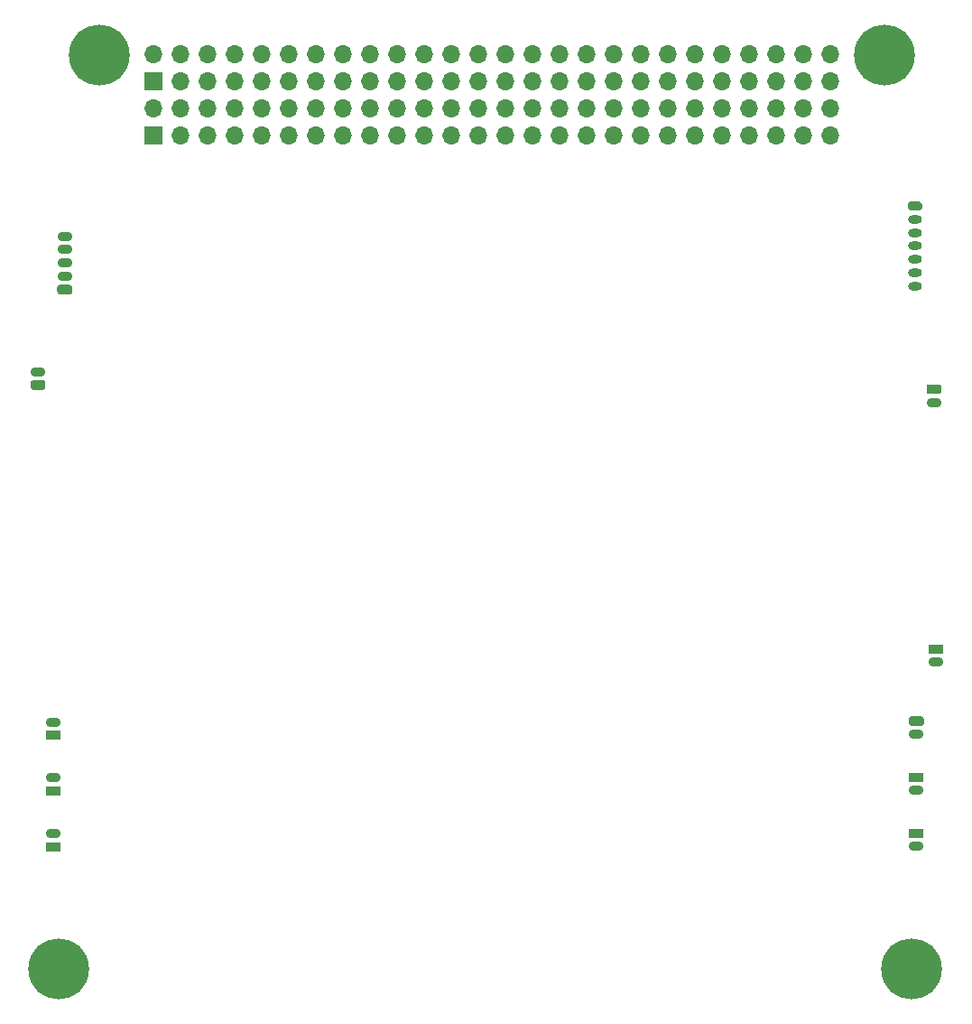
<source format=gbr>
%TF.GenerationSoftware,KiCad,Pcbnew,(5.1.10)-1*%
%TF.CreationDate,2021-11-07T17:42:01-06:00*%
%TF.ProjectId,RADSAT-SK Timer,52414453-4154-42d5-934b-2054696d6572,rev?*%
%TF.SameCoordinates,PX7735940PY2faf080*%
%TF.FileFunction,Soldermask,Bot*%
%TF.FilePolarity,Negative*%
%FSLAX46Y46*%
G04 Gerber Fmt 4.6, Leading zero omitted, Abs format (unit mm)*
G04 Created by KiCad (PCBNEW (5.1.10)-1) date 2021-11-07 17:42:01*
%MOMM*%
%LPD*%
G01*
G04 APERTURE LIST*
%ADD10C,5.700000*%
%ADD11C,3.600000*%
%ADD12O,1.700000X1.700000*%
%ADD13R,1.700000X1.700000*%
%ADD14O,1.400000X0.900000*%
%ADD15R,1.400000X0.900000*%
%ADD16O,1.300000X0.800000*%
G04 APERTURE END LIST*
D10*
%TO.C,H104*%
X-85090000Y-90810000D03*
D11*
X-85090000Y-90810000D03*
%TD*%
D10*
%TO.C,H103*%
X-5080000Y-90810000D03*
D11*
X-5080000Y-90810000D03*
%TD*%
D10*
%TO.C,H102*%
X-81280000Y-5080000D03*
D11*
X-81280000Y-5080000D03*
%TD*%
D10*
%TO.C,H101*%
X-7620000Y-5080000D03*
D11*
X-7620000Y-5080000D03*
%TD*%
D12*
%TO.C,J101*%
X-12693900Y-5029100D03*
X-12693900Y-7569100D03*
X-15233900Y-5029100D03*
X-15233900Y-7569100D03*
X-17773900Y-5029100D03*
X-17773900Y-7569100D03*
X-20313900Y-5029100D03*
X-20313900Y-7569100D03*
X-22853900Y-5029100D03*
X-22853900Y-7569100D03*
X-25393900Y-5029100D03*
X-25393900Y-7569100D03*
X-27933900Y-5029100D03*
X-27933900Y-7569100D03*
X-30473900Y-5029100D03*
X-30473900Y-7569100D03*
X-33013900Y-5029100D03*
X-33013900Y-7569100D03*
X-35553900Y-5029100D03*
X-35553900Y-7569100D03*
X-38093900Y-5029100D03*
X-38093900Y-7569100D03*
X-40633900Y-5029100D03*
X-40633900Y-7569100D03*
X-43173900Y-5029100D03*
X-43173900Y-7569100D03*
X-45713900Y-5029100D03*
X-45713900Y-7569100D03*
X-48253900Y-5029100D03*
X-48253900Y-7569100D03*
X-50793900Y-5029100D03*
X-50793900Y-7569100D03*
X-53333900Y-5029100D03*
X-53333900Y-7569100D03*
X-55873900Y-5029100D03*
X-55873900Y-7569100D03*
X-58413900Y-5029100D03*
X-58413900Y-7569100D03*
X-60953900Y-5029100D03*
X-60953900Y-7569100D03*
X-63493900Y-5029100D03*
X-63493900Y-7569100D03*
X-66033900Y-5029100D03*
X-66033900Y-7569100D03*
X-68573900Y-5029100D03*
X-68573900Y-7569100D03*
X-71113900Y-5029100D03*
X-71113900Y-7569100D03*
X-73653900Y-5029100D03*
X-73653900Y-7569100D03*
X-76193900Y-5029100D03*
D13*
X-76193900Y-7569100D03*
%TD*%
D12*
%TO.C,J103*%
X-12700000Y-10121800D03*
X-12700000Y-12661800D03*
X-15240000Y-10121800D03*
X-15240000Y-12661800D03*
X-17780000Y-10121800D03*
X-17780000Y-12661800D03*
X-20320000Y-10121800D03*
X-20320000Y-12661800D03*
X-22860000Y-10121800D03*
X-22860000Y-12661800D03*
X-25400000Y-10121800D03*
X-25400000Y-12661800D03*
X-27940000Y-10121800D03*
X-27940000Y-12661800D03*
X-30480000Y-10121800D03*
X-30480000Y-12661800D03*
X-33020000Y-10121800D03*
X-33020000Y-12661800D03*
X-35560000Y-10121800D03*
X-35560000Y-12661800D03*
X-38100000Y-10121800D03*
X-38100000Y-12661800D03*
X-40640000Y-10121800D03*
X-40640000Y-12661800D03*
X-43180000Y-10121800D03*
X-43180000Y-12661800D03*
X-45720000Y-10121800D03*
X-45720000Y-12661800D03*
X-48260000Y-10121800D03*
X-48260000Y-12661800D03*
X-50800000Y-10121800D03*
X-50800000Y-12661800D03*
X-53340000Y-10121800D03*
X-53340000Y-12661800D03*
X-55880000Y-10121800D03*
X-55880000Y-12661800D03*
X-58420000Y-10121800D03*
X-58420000Y-12661800D03*
X-60960000Y-10121800D03*
X-60960000Y-12661800D03*
X-63500000Y-10121800D03*
X-63500000Y-12661800D03*
X-66040000Y-10121800D03*
X-66040000Y-12661800D03*
X-68580000Y-10121800D03*
X-68580000Y-12661800D03*
X-71120000Y-10121800D03*
X-71120000Y-12661800D03*
X-73660000Y-10121800D03*
X-73660000Y-12661800D03*
X-76200000Y-10121800D03*
D13*
X-76200000Y-12661800D03*
%TD*%
D14*
%TO.C,J204*%
X-2808220Y-62027020D03*
D15*
X-2808220Y-60777020D03*
%TD*%
%TO.C,SW202*%
X-4639560Y-72801380D03*
D14*
X-4639560Y-74051380D03*
%TD*%
%TO.C,SW203*%
X-85607140Y-67642320D03*
D15*
X-85607140Y-68892320D03*
%TD*%
D14*
%TO.C,SW204*%
X-85604600Y-72864560D03*
D15*
X-85604600Y-74114560D03*
%TD*%
%TO.C,SW205*%
X-85617300Y-79321880D03*
D14*
X-85617300Y-78071880D03*
%TD*%
D15*
%TO.C,SW206*%
X-4639560Y-78043940D03*
D14*
X-4639560Y-79293940D03*
%TD*%
%TO.C,J201*%
G36*
G01*
X-5224180Y-18849920D02*
X-4324180Y-18849920D01*
G75*
G02*
X-4124180Y-19049920I0J-200000D01*
G01*
X-4124180Y-19449920D01*
G75*
G02*
X-4324180Y-19649920I-200000J0D01*
G01*
X-5224180Y-19649920D01*
G75*
G02*
X-5424180Y-19449920I0J200000D01*
G01*
X-5424180Y-19049920D01*
G75*
G02*
X-5224180Y-18849920I200000J0D01*
G01*
G37*
D16*
X-4774180Y-20499920D03*
X-4774180Y-21749920D03*
X-4774180Y-22999920D03*
X-4774180Y-24249920D03*
X-4774180Y-25499920D03*
X-4774180Y-26749920D03*
%TD*%
%TO.C,J202*%
G36*
G01*
X-84061000Y-27543400D02*
X-85011000Y-27543400D01*
G75*
G02*
X-85236000Y-27318400I0J225000D01*
G01*
X-85236000Y-26868400D01*
G75*
G02*
X-85011000Y-26643400I225000J0D01*
G01*
X-84061000Y-26643400D01*
G75*
G02*
X-83836000Y-26868400I0J-225000D01*
G01*
X-83836000Y-27318400D01*
G75*
G02*
X-84061000Y-27543400I-225000J0D01*
G01*
G37*
D14*
X-84536000Y-25843400D03*
X-84536000Y-24593400D03*
X-84536000Y-23343400D03*
X-84536000Y-22093400D03*
%TD*%
%TO.C,J205*%
X-2995520Y-37672820D03*
G36*
G01*
X-3470520Y-35972820D02*
X-2520520Y-35972820D01*
G75*
G02*
X-2295520Y-36197820I0J-225000D01*
G01*
X-2295520Y-36647820D01*
G75*
G02*
X-2520520Y-36872820I-225000J0D01*
G01*
X-3470520Y-36872820D01*
G75*
G02*
X-3695520Y-36647820I0J225000D01*
G01*
X-3695520Y-36197820D01*
G75*
G02*
X-3470520Y-35972820I225000J0D01*
G01*
G37*
%TD*%
%TO.C,J206*%
G36*
G01*
X-86564700Y-36484880D02*
X-87514700Y-36484880D01*
G75*
G02*
X-87739700Y-36259880I0J225000D01*
G01*
X-87739700Y-35809880D01*
G75*
G02*
X-87514700Y-35584880I225000J0D01*
G01*
X-86564700Y-35584880D01*
G75*
G02*
X-86339700Y-35809880I0J-225000D01*
G01*
X-86339700Y-36259880D01*
G75*
G02*
X-86564700Y-36484880I-225000J0D01*
G01*
G37*
X-87039700Y-34784880D03*
%TD*%
%TO.C,SW201*%
G36*
G01*
X-5114560Y-67103420D02*
X-4164560Y-67103420D01*
G75*
G02*
X-3939560Y-67328420I0J-225000D01*
G01*
X-3939560Y-67778420D01*
G75*
G02*
X-4164560Y-68003420I-225000J0D01*
G01*
X-5114560Y-68003420D01*
G75*
G02*
X-5339560Y-67778420I0J225000D01*
G01*
X-5339560Y-67328420D01*
G75*
G02*
X-5114560Y-67103420I225000J0D01*
G01*
G37*
X-4639560Y-68803420D03*
%TD*%
M02*

</source>
